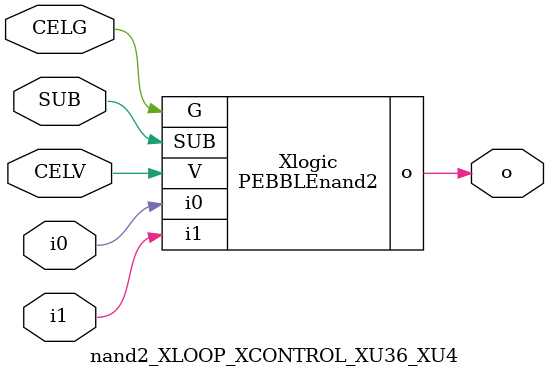
<source format=v>



module PEBBLEnand2 ( o, G, SUB, V, i0, i1 );

  input i0;
  input V;
  input i1;
  input G;
  output o;
  input SUB;
endmodule

//Celera Confidential Do Not Copy nand2_XLOOP_XCONTROL_XU36_XU4
//Celera Confidential Symbol Generator
//5V NAND2
module nand2_XLOOP_XCONTROL_XU36_XU4 (CELV,CELG,i0,i1,o,SUB);
input CELV;
input CELG;
input i0;
input i1;
input SUB;
output o;

//Celera Confidential Do Not Copy nand2
PEBBLEnand2 Xlogic(
.V (CELV),
.i0 (i0),
.i1 (i1),
.o (o),
.SUB (SUB),
.G (CELG)
);
//,diesize,PEBBLEnand2

//Celera Confidential Do Not Copy Module End
//Celera Schematic Generator
endmodule

</source>
